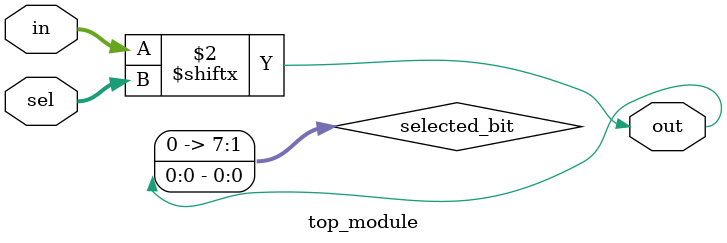
<source format=sv>
module top_module (
    input [255:0] in,
    input [7:0] sel,
    output  out
);

    reg [7:0] selected_bit;
    
    always @(sel) begin
        selected_bit = in[sel];
    end
    
    assign out = selected_bit;
    
endmodule

</source>
